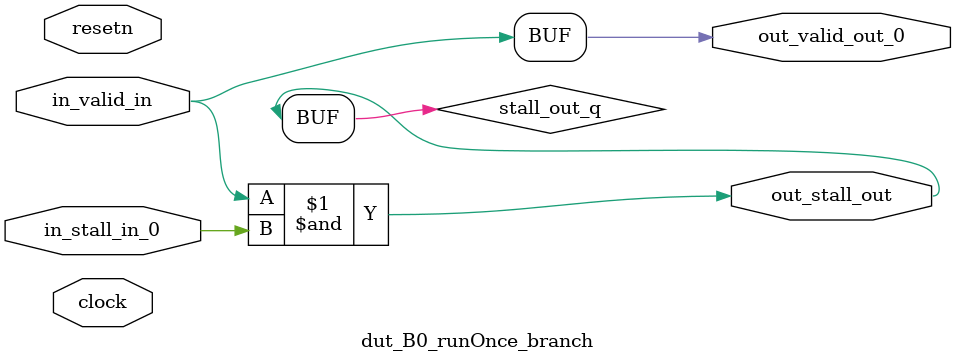
<source format=sv>



(* altera_attribute = "-name AUTO_SHIFT_REGISTER_RECOGNITION OFF; -name MESSAGE_DISABLE 10036; -name MESSAGE_DISABLE 10037; -name MESSAGE_DISABLE 14130; -name MESSAGE_DISABLE 14320; -name MESSAGE_DISABLE 15400; -name MESSAGE_DISABLE 14130; -name MESSAGE_DISABLE 10036; -name MESSAGE_DISABLE 12020; -name MESSAGE_DISABLE 12030; -name MESSAGE_DISABLE 12010; -name MESSAGE_DISABLE 12110; -name MESSAGE_DISABLE 14320; -name MESSAGE_DISABLE 13410; -name MESSAGE_DISABLE 113007; -name MESSAGE_DISABLE 10958" *)
module dut_B0_runOnce_branch (
    input wire [0:0] in_stall_in_0,
    input wire [0:0] in_valid_in,
    output wire [0:0] out_stall_out,
    output wire [0:0] out_valid_out_0,
    input wire clock,
    input wire resetn
    );

    wire [0:0] stall_out_q;


    // stall_out(LOGICAL,6)
    assign stall_out_q = in_valid_in & in_stall_in_0;

    // out_stall_out(GPOUT,4)
    assign out_stall_out = stall_out_q;

    // out_valid_out_0(GPOUT,5)
    assign out_valid_out_0 = in_valid_in;

endmodule

</source>
